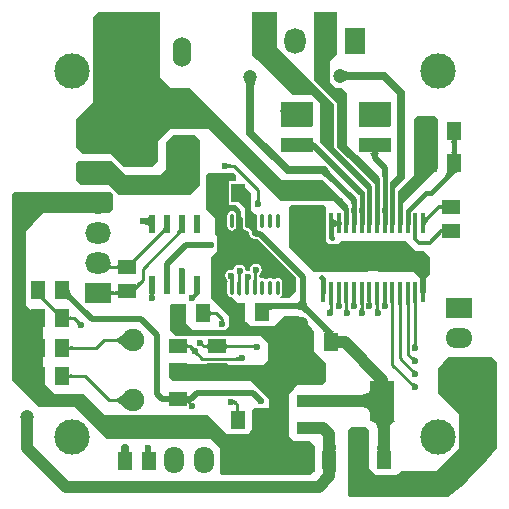
<source format=gtl>
G04 Layer_Physical_Order=1*
G04 Layer_Color=255*
%FSLAX44Y44*%
%MOMM*%
G71*
G01*
G75*
%ADD10R,1.2700X1.6002*%
%ADD11R,1.6002X1.2700*%
%ADD12R,2.7000X1.3000*%
%ADD13R,5.5118X2.4892*%
%ADD14R,0.4064X1.8034*%
%ADD15R,2.1500X3.5000*%
%ADD16R,2.1500X1.1000*%
%ADD17R,2.1500X1.1000*%
%ADD18O,0.3500X1.2500*%
%ADD19R,0.5080X1.5240*%
%ADD20C,0.3000*%
%ADD21C,0.5000*%
%ADD22C,0.7000*%
%ADD23C,0.4000*%
%ADD24C,0.2540*%
%ADD25C,1.0000*%
%ADD26C,3.0000*%
%ADD27C,2.0000*%
%ADD28C,1.9050*%
%ADD29R,1.5240X2.5400*%
%ADD30O,1.5240X2.5400*%
%ADD31O,1.7000X2.3000*%
%ADD32R,1.7000X2.3000*%
%ADD33O,2.3000X1.7000*%
%ADD34R,2.3000X1.7000*%
%ADD35R,2.2000X1.8000*%
%ADD36O,2.2000X1.8000*%
%ADD37R,1.8000X2.2000*%
%ADD38O,1.8000X2.2000*%
%ADD39C,0.6000*%
%ADD40C,1.2000*%
%ADD41C,0.5000*%
G36*
X259725Y-200594D02*
X259753Y-200882D01*
X259801Y-201151D01*
X259867Y-201401D01*
X259953Y-201633D01*
X260058Y-201845D01*
X260182Y-202039D01*
X260324Y-202213D01*
X260486Y-202369D01*
X260667Y-202506D01*
X256540Y-203283D01*
X256661Y-203095D01*
X256768Y-202893D01*
X256864Y-202679D01*
X256946Y-202452D01*
X257016Y-202212D01*
X257073Y-201959D01*
X257118Y-201693D01*
X257169Y-201123D01*
X257175Y-200819D01*
X259715Y-200287D01*
X259725Y-200594D01*
D02*
G37*
G36*
X220859Y-200672D02*
X220953Y-201771D01*
X221009Y-202089D01*
X221077Y-202381D01*
X221158Y-202649D01*
X221252Y-202893D01*
X221358Y-203112D01*
X221476Y-203307D01*
X217356Y-202490D01*
X217538Y-202355D01*
X217701Y-202201D01*
X217844Y-202028D01*
X217969Y-201836D01*
X218074Y-201624D01*
X218160Y-201394D01*
X218227Y-201144D01*
X218275Y-200875D01*
X218303Y-200587D01*
X218313Y-200280D01*
X220853Y-200257D01*
X220859Y-200672D01*
D02*
G37*
G36*
X-15213Y-199813D02*
X-14177Y-200708D01*
X-13739Y-201023D01*
X-13353Y-201249D01*
X-13020Y-201388D01*
X-12741Y-201438D01*
X-12514Y-201400D01*
X-12340Y-201274D01*
X-12218Y-201060D01*
X-14129Y-206273D01*
X-14062Y-206004D01*
X-14051Y-205715D01*
X-14095Y-205407D01*
X-14194Y-205078D01*
X-14349Y-204729D01*
X-14559Y-204359D01*
X-14825Y-203970D01*
X-15146Y-203560D01*
X-15523Y-203130D01*
X-15955Y-202680D01*
X-15811Y-199233D01*
X-15213Y-199813D01*
D02*
G37*
G36*
X167515Y-196119D02*
X167620Y-196199D01*
X167796Y-196269D01*
X168043Y-196331D01*
X168360Y-196382D01*
X168747Y-196425D01*
X170331Y-196495D01*
X171000Y-196500D01*
Y-201500D01*
X170326Y-201510D01*
X169191Y-201592D01*
X168730Y-201663D01*
X168339Y-201755D01*
X168020Y-201867D01*
X167771Y-202000D01*
X167593Y-202153D01*
X167485Y-202327D01*
X167449Y-202520D01*
X167479Y-196029D01*
X167515Y-196119D01*
D02*
G37*
G36*
X233816Y-200617D02*
X233845Y-200905D01*
X233891Y-201176D01*
X233957Y-201428D01*
X234041Y-201662D01*
X234144Y-201878D01*
X234266Y-202075D01*
X234407Y-202255D01*
X234566Y-202416D01*
X234744Y-202559D01*
X230594Y-203207D01*
X230722Y-203020D01*
X230837Y-202820D01*
X230937Y-202607D01*
X231025Y-202381D01*
X231099Y-202141D01*
X231159Y-201889D01*
X231206Y-201624D01*
X231240Y-201346D01*
X231267Y-200750D01*
X233807Y-200310D01*
X233816Y-200617D01*
D02*
G37*
G36*
X246770Y-200605D02*
X246799Y-200893D01*
X246846Y-201163D01*
X246912Y-201414D01*
X246997Y-201647D01*
X247101Y-201861D01*
X247224Y-202057D01*
X247366Y-202234D01*
X247526Y-202392D01*
X247706Y-202532D01*
X243567Y-203245D01*
X243691Y-203057D01*
X243802Y-202856D01*
X243901Y-202643D01*
X243986Y-202416D01*
X244058Y-202176D01*
X244116Y-201924D01*
X244162Y-201658D01*
X244195Y-201380D01*
X244221Y-200784D01*
X246761Y-200298D01*
X246770Y-200605D01*
D02*
G37*
G36*
X5925Y-211117D02*
X6148Y-211304D01*
X6371Y-211470D01*
X6596Y-211612D01*
X6822Y-211733D01*
X7049Y-211831D01*
X7278Y-211907D01*
X7508Y-211960D01*
X7738Y-211991D01*
X7970Y-212000D01*
X5000Y-214970D01*
X4991Y-214738D01*
X4960Y-214507D01*
X4907Y-214278D01*
X4831Y-214049D01*
X4733Y-213822D01*
X4612Y-213596D01*
X4470Y-213371D01*
X4304Y-213148D01*
X4117Y-212925D01*
X3907Y-212703D01*
X5703Y-210907D01*
X5925Y-211117D01*
D02*
G37*
G36*
X139000Y-88000D02*
Y-92999D01*
X132810D01*
Y-113001D01*
X139000D01*
Y-118433D01*
X144665Y-124098D01*
Y-131144D01*
X144957Y-132608D01*
X145785Y-133848D01*
X147026Y-134677D01*
X148489Y-134968D01*
X148826Y-134901D01*
X149906Y-135981D01*
X149902Y-136000D01*
X150290Y-137951D01*
X151395Y-139605D01*
X153049Y-140710D01*
X153345Y-140769D01*
X154639Y-141633D01*
X156394Y-141982D01*
X157494D01*
X190000Y-174489D01*
Y-186000D01*
X184000Y-192000D01*
X177006D01*
X176621Y-190730D01*
X177192Y-190348D01*
X178021Y-189108D01*
X178312Y-187644D01*
Y-178644D01*
X178021Y-177181D01*
X177192Y-175941D01*
X175952Y-175112D01*
X174489Y-174821D01*
X173026Y-175112D01*
X172086Y-175740D01*
X171239Y-175862D01*
X170392Y-175740D01*
X169452Y-175112D01*
X167989Y-174821D01*
X166526Y-175112D01*
X165586Y-175740D01*
X164739Y-175862D01*
X163892Y-175740D01*
X162952Y-175112D01*
X161489Y-174821D01*
X160026Y-175112D01*
X159874Y-175213D01*
X158604Y-174534D01*
Y-172418D01*
X158617Y-172344D01*
X158631Y-172297D01*
X158652Y-172282D01*
X158773Y-172160D01*
X159605Y-171605D01*
X160710Y-169951D01*
X161098Y-168000D01*
X160710Y-166049D01*
X159605Y-164395D01*
X157951Y-163290D01*
X156000Y-162902D01*
X154049Y-163290D01*
X152395Y-164395D01*
X151290Y-166049D01*
X150902Y-168000D01*
X149819Y-169065D01*
X149000Y-168902D01*
X148416Y-169018D01*
X147085Y-167988D01*
X146867Y-166892D01*
X145762Y-165238D01*
X144108Y-164133D01*
X142157Y-163745D01*
X140206Y-164133D01*
X138552Y-165238D01*
X137447Y-166892D01*
X137391Y-167173D01*
X135915Y-168084D01*
X135000Y-167902D01*
X133049Y-168290D01*
X131395Y-169395D01*
X131000Y-169987D01*
D01*
X130724Y-170399D01*
X130290Y-171049D01*
X129902Y-173000D01*
X130290Y-174951D01*
X131395Y-176605D01*
X131957Y-177181D01*
X131665Y-178644D01*
Y-182421D01*
X131522Y-183144D01*
X131665Y-183868D01*
Y-187644D01*
D01*
D01*
X131957Y-189108D01*
X132785Y-190348D01*
X134026Y-191177D01*
X135489Y-191468D01*
X140021Y-196000D01*
X146000D01*
X147000Y-197000D01*
Y-200000D01*
Y-211000D01*
X148000Y-212000D01*
X152000Y-216000D01*
X171000D01*
X177000Y-210000D01*
X180000Y-207000D01*
X192000D01*
X193000Y-208000D01*
X205000Y-220000D01*
Y-222000D01*
Y-236971D01*
X205159D01*
X205024Y-237024D01*
X215000Y-247000D01*
Y-250000D01*
Y-263000D01*
X214000Y-264000D01*
X212000Y-266000D01*
X191000D01*
X188000Y-269000D01*
X184000Y-273000D01*
Y-288000D01*
Y-309000D01*
X186000Y-311000D01*
X188000Y-313000D01*
X202000D01*
X203000Y-314000D01*
X206000Y-317000D01*
Y-329000D01*
Y-338000D01*
X205000Y-339000D01*
X202000Y-342000D01*
X127000D01*
X126000Y-341000D01*
Y-319000D01*
X118000Y-311000D01*
X30000D01*
X19000Y-300000D01*
X3000Y-284000D01*
X-28000D01*
X-43000Y-269000D01*
X-50411Y-261589D01*
Y-103896D01*
X-48514Y-102000D01*
X33000D01*
X35000Y-104000D01*
Y-105000D01*
Y-117000D01*
X32000Y-120000D01*
X-24000D01*
X-33000Y-129000D01*
X-39000Y-135000D01*
Y-170000D01*
Y-198000D01*
X-34000Y-203000D01*
X-24000Y-213000D01*
Y-216971D01*
X-23160D01*
X-23635Y-217020D01*
X-24000Y-217149D01*
Y-225880D01*
X-23635Y-226010D01*
X-23160Y-226060D01*
X-24000D01*
Y-241971D01*
X-23160D01*
X-23635Y-242020D01*
X-24000Y-242149D01*
Y-249880D01*
X-23635Y-250010D01*
X-23160Y-250060D01*
X-24000D01*
Y-252000D01*
Y-263000D01*
X-18000Y-269000D01*
X-14000Y-273000D01*
X10000D01*
X13000Y-276000D01*
X28000Y-291000D01*
X115000D01*
X123000Y-299000D01*
X131000Y-307000D01*
X149000D01*
X151000Y-305000D01*
X153000Y-303000D01*
Y-297000D01*
Y-287000D01*
X155000Y-285000D01*
X166000D01*
X167000Y-284000D01*
Y-283000D01*
Y-278000D01*
X160000Y-271000D01*
X151000Y-262000D01*
X85000D01*
X82000Y-259000D01*
Y-258000D01*
Y-248000D01*
X114000D01*
X115000Y-247000D01*
X131000D01*
X133000Y-249000D01*
X162000D01*
X166000Y-245000D01*
Y-237000D01*
Y-230000D01*
X165000Y-229000D01*
X160000Y-224000D01*
X88000D01*
X86000Y-222000D01*
X83000Y-219000D01*
Y-218000D01*
Y-198000D01*
X84000Y-197000D01*
X97000D01*
Y-213000D01*
X103000Y-219000D01*
X126508D01*
X127000Y-219098D01*
X127493Y-219000D01*
X130000D01*
X132000Y-217000D01*
X133000Y-216000D01*
Y-207000D01*
X124000Y-198000D01*
X118000Y-192000D01*
Y-178000D01*
Y-157000D01*
X123000Y-152000D01*
Y-140000D01*
X121000Y-138000D01*
Y-134000D01*
Y-124000D01*
X114000Y-117000D01*
Y-88000D01*
X116000Y-86000D01*
X137000D01*
X139000Y-88000D01*
D02*
G37*
G36*
X217309Y-216738D02*
X219294Y-218443D01*
X220232Y-219136D01*
X221134Y-219722D01*
X222000Y-220202D01*
X222829Y-220576D01*
X223623Y-220844D01*
X224380Y-221005D01*
X225100Y-221060D01*
X212840Y-221029D01*
X213119Y-220994D01*
X213294Y-220888D01*
X213366Y-220711D01*
X213333Y-220464D01*
X213197Y-220146D01*
X212957Y-219757D01*
X212613Y-219297D01*
X212165Y-218767D01*
X210958Y-217494D01*
X216262Y-215726D01*
X217309Y-216738D01*
D02*
G37*
G36*
X162993Y-205712D02*
X162923Y-205817D01*
X162861Y-205927D01*
X162808Y-206042D01*
X162763Y-206162D01*
X162726Y-206288D01*
X162697Y-206418D01*
X162677Y-206554D01*
X162664Y-206694D01*
X162660Y-206840D01*
X159660D01*
X159656Y-206694D01*
X159644Y-206554D01*
X159623Y-206418D01*
X159594Y-206288D01*
X159557Y-206162D01*
X159512Y-206042D01*
X159459Y-205927D01*
X159397Y-205817D01*
X159327Y-205712D01*
X159249Y-205612D01*
X163071D01*
X162993Y-205712D01*
D02*
G37*
G36*
X117475Y-202701D02*
X117552Y-202917D01*
X117680Y-203108D01*
X117860Y-203273D01*
X118092Y-203412D01*
X118374Y-203527D01*
X118709Y-203616D01*
X119094Y-203679D01*
X119531Y-203717D01*
X120020Y-203730D01*
Y-206270D01*
X119531Y-206283D01*
X119094Y-206321D01*
X118709Y-206384D01*
X118374Y-206473D01*
X118092Y-206588D01*
X117860Y-206727D01*
X117680Y-206892D01*
X117552Y-207083D01*
X117475Y-207299D01*
X117449Y-207540D01*
Y-202460D01*
X117475Y-202701D01*
D02*
G37*
G36*
X-1525Y-206701D02*
X-1448Y-206917D01*
X-1320Y-207108D01*
X-1140Y-207273D01*
X-908Y-207412D01*
X-626Y-207527D01*
X-291Y-207616D01*
X94Y-207679D01*
X531Y-207717D01*
X1020Y-207730D01*
Y-210270D01*
X531Y-210283D01*
X94Y-210321D01*
X-291Y-210384D01*
X-626Y-210473D01*
X-908Y-210588D01*
X-1140Y-210727D01*
X-1320Y-210892D01*
X-1448Y-211083D01*
X-1525Y-211299D01*
X-1551Y-211540D01*
Y-206460D01*
X-1525Y-206701D01*
D02*
G37*
G36*
X221446Y-195448D02*
X221321Y-195524D01*
X221211Y-195651D01*
X221116Y-195829D01*
X221036Y-196057D01*
X220970Y-196337D01*
X220919Y-196667D01*
X220882Y-197048D01*
X220853Y-197962D01*
X218313D01*
X218306Y-197480D01*
X218247Y-196667D01*
X218196Y-196337D01*
X218130Y-196057D01*
X218050Y-195829D01*
X217955Y-195651D01*
X217845Y-195524D01*
X217721Y-195448D01*
X217582Y-195422D01*
X221584D01*
X221446Y-195448D01*
D02*
G37*
G36*
X240540Y-194625D02*
X240547Y-194930D01*
X240599Y-195422D01*
X240889D01*
X240822Y-195448D01*
X240763Y-195524D01*
X240711Y-195651D01*
X240671Y-195806D01*
X240726Y-196011D01*
X240808Y-196247D01*
X240905Y-196469D01*
X241016Y-196678D01*
X241143Y-196874D01*
X241284Y-197055D01*
X240557Y-196990D01*
X240554Y-197048D01*
X240540Y-197962D01*
X238000D01*
X237989Y-197480D01*
X237955Y-197048D01*
X237912Y-196751D01*
X237101Y-196677D01*
X237272Y-196522D01*
X237425Y-196350D01*
X237560Y-196161D01*
X237672Y-195965D01*
X237599Y-195829D01*
X237454Y-195651D01*
X237287Y-195524D01*
X237097Y-195448D01*
X236886Y-195422D01*
X237874D01*
X237919Y-195239D01*
X237964Y-194967D01*
X237991Y-194678D01*
X238000Y-194372D01*
X240540Y-194625D01*
D02*
G37*
G36*
X292819Y-195448D02*
X292695Y-195524D01*
X292585Y-195651D01*
X292490Y-195829D01*
X292410Y-196057D01*
X292344Y-196337D01*
X292293Y-196667D01*
X292256Y-197048D01*
X292227Y-197962D01*
X289687D01*
X289680Y-197480D01*
X289621Y-196667D01*
X289570Y-196337D01*
X289504Y-196057D01*
X289424Y-195829D01*
X289329Y-195651D01*
X289219Y-195524D01*
X289095Y-195448D01*
X288955Y-195422D01*
X292959D01*
X292819Y-195448D01*
D02*
G37*
G36*
X286469D02*
X286345Y-195524D01*
X286235Y-195651D01*
X286140Y-195829D01*
X286060Y-196057D01*
X285994Y-196337D01*
X285943Y-196667D01*
X285906Y-197048D01*
X285877Y-197962D01*
X283337D01*
X283330Y-197480D01*
X283271Y-196667D01*
X283220Y-196337D01*
X283154Y-196057D01*
X283074Y-195829D01*
X282979Y-195651D01*
X282869Y-195524D01*
X282745Y-195448D01*
X282605Y-195422D01*
X286609D01*
X286469Y-195448D01*
D02*
G37*
G36*
X-1757Y-184709D02*
X-1838Y-185224D01*
X-1793Y-185793D01*
X-1624Y-186418D01*
X-1330Y-187098D01*
X-911Y-187833D01*
X-367Y-188622D01*
X302Y-189466D01*
X1096Y-190366D01*
X2015Y-191320D01*
X131Y-196506D01*
X-971Y-195439D01*
X-2912Y-193779D01*
X-3751Y-193185D01*
X-4502Y-192750D01*
X-5165Y-192472D01*
X-5741Y-192352D01*
X-6228Y-192390D01*
X-6628Y-192586D01*
X-6941Y-192940D01*
X-1551Y-184249D01*
X-1757Y-184709D01*
D02*
G37*
G36*
X266319Y-194506D02*
X266327Y-194810D01*
X266352Y-195100D01*
X266392Y-195376D01*
X266403Y-195422D01*
X267050D01*
X266912Y-195448D01*
X266787Y-195524D01*
X266677Y-195651D01*
X266582Y-195829D01*
X266544Y-195937D01*
X266613Y-196114D01*
X266719Y-196330D01*
X266841Y-196532D01*
X266980Y-196720D01*
X267135Y-196892D01*
X266364Y-196880D01*
X266348Y-197048D01*
X266319Y-197962D01*
X263779D01*
X263772Y-197480D01*
X263725Y-196836D01*
X262935Y-196824D01*
X263096Y-196656D01*
X263239Y-196473D01*
X263366Y-196275D01*
X263475Y-196061D01*
X263541Y-195900D01*
X263516Y-195829D01*
X263421Y-195651D01*
X263311Y-195524D01*
X263186Y-195448D01*
X263048Y-195422D01*
X263682D01*
X263703Y-195329D01*
X263745Y-195055D01*
X263771Y-194765D01*
X263779Y-194460D01*
X266319Y-194506D01*
D02*
G37*
G36*
X253365Y-194529D02*
X253373Y-194833D01*
X253397Y-195123D01*
X253437Y-195399D01*
X253442Y-195422D01*
X254097D01*
X253958Y-195448D01*
X253833Y-195524D01*
X253723Y-195651D01*
X253628Y-195829D01*
X253584Y-195956D01*
X253654Y-196140D01*
X253758Y-196358D01*
X253878Y-196561D01*
X254014Y-196751D01*
X254167Y-196925D01*
X253408Y-196901D01*
X253394Y-197048D01*
X253365Y-197962D01*
X250825D01*
X250818Y-197480D01*
X250770Y-196817D01*
X249969Y-196792D01*
X250132Y-196627D01*
X250277Y-196446D01*
X250406Y-196250D01*
X250517Y-196038D01*
X250581Y-195883D01*
X250562Y-195829D01*
X250467Y-195651D01*
X250357Y-195524D01*
X250233Y-195448D01*
X250093Y-195422D01*
X250722D01*
X250748Y-195309D01*
X250791Y-195035D01*
X250816Y-194745D01*
X250825Y-194440D01*
X253365Y-194529D01*
D02*
G37*
G36*
X247353Y-195448D02*
X247229Y-195524D01*
X247119Y-195651D01*
X247024Y-195829D01*
X246944Y-196057D01*
X246878Y-196337D01*
X246827Y-196667D01*
X246790Y-197048D01*
X246761Y-197962D01*
X244221D01*
X244214Y-197480D01*
X244155Y-196667D01*
X244104Y-196337D01*
X244038Y-196057D01*
X243958Y-195829D01*
X243863Y-195651D01*
X243753Y-195524D01*
X243629Y-195448D01*
X243489Y-195422D01*
X247493D01*
X247353Y-195448D01*
D02*
G37*
G36*
X234400D02*
X234275Y-195524D01*
X234165Y-195651D01*
X234070Y-195829D01*
X233990Y-196057D01*
X233924Y-196337D01*
X233873Y-196667D01*
X233836Y-197048D01*
X233807Y-197962D01*
X231267D01*
X231260Y-197480D01*
X231201Y-196667D01*
X231150Y-196337D01*
X231084Y-196057D01*
X231004Y-195829D01*
X230909Y-195651D01*
X230799Y-195524D01*
X230674Y-195448D01*
X230536Y-195422D01*
X234538D01*
X234400Y-195448D01*
D02*
G37*
G36*
X227211Y-194757D02*
X227237Y-195047D01*
X227279Y-195321D01*
X227303Y-195422D01*
X227934D01*
X227796Y-195448D01*
X227671Y-195524D01*
X227561Y-195651D01*
X227466Y-195829D01*
X227444Y-195893D01*
X227509Y-196052D01*
X227619Y-196265D01*
X227746Y-196462D01*
X227890Y-196644D01*
X228052Y-196811D01*
X227253Y-196829D01*
X227232Y-197048D01*
X227203Y-197962D01*
X224663D01*
X224656Y-197480D01*
X224613Y-196888D01*
X223853Y-196905D01*
X224007Y-196732D01*
X224144Y-196544D01*
X224266Y-196341D01*
X224371Y-196124D01*
X224440Y-195944D01*
X224400Y-195829D01*
X224305Y-195651D01*
X224195Y-195524D01*
X224070Y-195448D01*
X223932Y-195422D01*
X224582D01*
X224590Y-195385D01*
X224631Y-195109D01*
X224655Y-194819D01*
X224663Y-194514D01*
X227203Y-194452D01*
X227211Y-194757D01*
D02*
G37*
G36*
X279865Y-195448D02*
X279741Y-195524D01*
X279631Y-195651D01*
X279536Y-195829D01*
X279456Y-196057D01*
X279390Y-196337D01*
X279339Y-196667D01*
X279302Y-197048D01*
X279273Y-197962D01*
X276733D01*
X276726Y-197480D01*
X276667Y-196667D01*
X276616Y-196337D01*
X276550Y-196057D01*
X276470Y-195829D01*
X276375Y-195651D01*
X276265Y-195524D01*
X276140Y-195448D01*
X276001Y-195422D01*
X280005D01*
X279865Y-195448D01*
D02*
G37*
G36*
X273262D02*
X273137Y-195524D01*
X273027Y-195651D01*
X272932Y-195829D01*
X272852Y-196057D01*
X272786Y-196337D01*
X272735Y-196667D01*
X272698Y-197048D01*
X272669Y-197962D01*
X270129D01*
X270122Y-197480D01*
X270063Y-196667D01*
X270012Y-196337D01*
X269946Y-196057D01*
X269866Y-195829D01*
X269771Y-195651D01*
X269661Y-195524D01*
X269536Y-195448D01*
X269398Y-195422D01*
X273400D01*
X273262Y-195448D01*
D02*
G37*
G36*
X260308D02*
X260183Y-195524D01*
X260073Y-195651D01*
X259978Y-195829D01*
X259898Y-196057D01*
X259832Y-196337D01*
X259781Y-196667D01*
X259744Y-197048D01*
X259715Y-197962D01*
X257175D01*
X257168Y-197480D01*
X257109Y-196667D01*
X257058Y-196337D01*
X256992Y-196057D01*
X256912Y-195829D01*
X256817Y-195651D01*
X256707Y-195524D01*
X256583Y-195448D01*
X256444Y-195422D01*
X260446D01*
X260308Y-195448D01*
D02*
G37*
G36*
X221675Y-222540D02*
X221718Y-222919D01*
X221791Y-223298D01*
X221893Y-223677D01*
X222024Y-224055D01*
X222184Y-224433D01*
X222373Y-224811D01*
X222591Y-225188D01*
X222839Y-225565D01*
X223115Y-225941D01*
X215205D01*
X215481Y-225565D01*
X215729Y-225188D01*
X215947Y-224811D01*
X216136Y-224433D01*
X216296Y-224055D01*
X216427Y-223677D01*
X216529Y-223298D01*
X216602Y-222919D01*
X216646Y-222540D01*
X216660Y-222160D01*
X221660D01*
X221675Y-222540D01*
D02*
G37*
G36*
X211820Y-273620D02*
X212120Y-273699D01*
X212620Y-273770D01*
X213320Y-273831D01*
X218120Y-273981D01*
X221720Y-274000D01*
Y-284000D01*
X211720Y-284470D01*
Y-273531D01*
X211820Y-273620D01*
D02*
G37*
G36*
X45198Y-285068D02*
X44162Y-284042D01*
X42224Y-282315D01*
X41322Y-281613D01*
X40464Y-281019D01*
X39651Y-280534D01*
X38883Y-280156D01*
X38159Y-279886D01*
X37480Y-279724D01*
X36845Y-279670D01*
Y-277130D01*
X37480Y-277076D01*
X38159Y-276914D01*
X38883Y-276644D01*
X39651Y-276266D01*
X40464Y-275781D01*
X41322Y-275187D01*
X42224Y-274485D01*
X44162Y-272758D01*
X45198Y-271733D01*
Y-285068D01*
D02*
G37*
G36*
X141529Y-284972D02*
X141567Y-285404D01*
X141630Y-285785D01*
X141719Y-286115D01*
X141833Y-286395D01*
X141973Y-286623D01*
X142138Y-286801D01*
X142329Y-286928D01*
X142544Y-287004D01*
X142786Y-287029D01*
X137706D01*
X137947Y-287004D01*
X138163Y-286928D01*
X138354Y-286801D01*
X138519Y-286623D01*
X138658Y-286395D01*
X138773Y-286115D01*
X138862Y-285785D01*
X138925Y-285404D01*
X138963Y-284972D01*
X138976Y-284489D01*
X141516D01*
X141529Y-284972D01*
D02*
G37*
G36*
X-1525Y-255701D02*
X-1448Y-255917D01*
X-1320Y-256108D01*
X-1140Y-256273D01*
X-908Y-256413D01*
X-626Y-256527D01*
X-291Y-256616D01*
X94Y-256679D01*
X531Y-256717D01*
X1020Y-256730D01*
Y-259270D01*
X531Y-259283D01*
X94Y-259321D01*
X-291Y-259384D01*
X-626Y-259473D01*
X-908Y-259587D01*
X-1140Y-259727D01*
X-1320Y-259892D01*
X-1448Y-260083D01*
X-1525Y-260299D01*
X-1551Y-260540D01*
Y-255460D01*
X-1525Y-255701D01*
D02*
G37*
G36*
X288266Y-263456D02*
X288490Y-263639D01*
X288714Y-263794D01*
X288937Y-263920D01*
X289159Y-264019D01*
X289381Y-264090D01*
X289603Y-264132D01*
X289823Y-264147D01*
X290044Y-264133D01*
X290264Y-264092D01*
X288078Y-267678D01*
X288020Y-267468D01*
X287946Y-267257D01*
X287855Y-267045D01*
X287746Y-266832D01*
X287620Y-266617D01*
X287477Y-266402D01*
X287140Y-265968D01*
X286945Y-265749D01*
X286734Y-265530D01*
X288042Y-263246D01*
X288266Y-263456D01*
D02*
G37*
G36*
X140171Y-280375D02*
X138909Y-282705D01*
X138677Y-282484D01*
X138457Y-282299D01*
X138250Y-282150D01*
X138054Y-282036D01*
X137872Y-281958D01*
X137701Y-281915D01*
X137543Y-281908D01*
X137397Y-281936D01*
X137264Y-282001D01*
X137142Y-282100D01*
X137419Y-278226D01*
X140171Y-280375D01*
D02*
G37*
G36*
X223173Y-312929D02*
X223635Y-319429D01*
X223807Y-320130D01*
X224004Y-320630D01*
X224229Y-320929D01*
X224480Y-321030D01*
X211840D01*
X212091Y-320929D01*
X212316Y-320630D01*
X212513Y-320130D01*
X212685Y-319429D01*
X212830Y-318529D01*
X213041Y-316129D01*
X213147Y-312929D01*
X213160Y-311029D01*
X223160D01*
X223173Y-312929D01*
D02*
G37*
G36*
X360382Y-246382D02*
Y-318941D01*
X351791Y-329249D01*
X346106Y-335288D01*
X335379Y-346015D01*
X329340Y-351700D01*
X319032Y-360291D01*
X235896D01*
X234000Y-358395D01*
Y-335000D01*
X234000Y-304000D01*
X237000Y-301000D01*
X249000Y-301000D01*
X252000Y-304000D01*
Y-327000D01*
Y-336000D01*
X255000Y-339000D01*
X258000Y-342000D01*
X275000D01*
X276000Y-341000D01*
X279000Y-338000D01*
X309000D01*
X324000Y-323000D01*
X328000Y-319000D01*
Y-311000D01*
Y-290000D01*
X319000Y-281000D01*
X310000Y-272000D01*
Y-269000D01*
Y-251000D01*
X314000Y-247000D01*
X319000Y-242000D01*
X356000D01*
X360382Y-246382D01*
D02*
G37*
G36*
X223864Y-337029D02*
X223717Y-337205D01*
X223586Y-337499D01*
X223473Y-337910D01*
X223377Y-338438D01*
X223299Y-339084D01*
X223195Y-340727D01*
X223160Y-342840D01*
X213160D01*
X213151Y-341725D01*
X212943Y-338438D01*
X212847Y-337910D01*
X212734Y-337499D01*
X212604Y-337205D01*
X212456Y-337029D01*
X212291Y-336970D01*
X224030D01*
X223864Y-337029D01*
D02*
G37*
G36*
X252281Y-289000D02*
X252181Y-288050D01*
X251880Y-287200D01*
X251381Y-286450D01*
X250681Y-285800D01*
X249781Y-285250D01*
X248680Y-284800D01*
X247381Y-284450D01*
X245881Y-284200D01*
X244181Y-284050D01*
X242281Y-284000D01*
Y-274000D01*
X244181Y-273950D01*
X245881Y-273800D01*
X247381Y-273550D01*
X248680Y-273200D01*
X249781Y-272750D01*
X250681Y-272200D01*
X251381Y-271550D01*
X251880Y-270800D01*
X252181Y-269950D01*
X252281Y-269000D01*
Y-289000D01*
D02*
G37*
G36*
X273720Y-296469D02*
X272853Y-296569D01*
X272078Y-296870D01*
X271394Y-297369D01*
X270801Y-298069D01*
X270300Y-298969D01*
X269890Y-300070D01*
X269570Y-301369D01*
X269342Y-302869D01*
X269206Y-304569D01*
X269160Y-306469D01*
X259160D01*
X259110Y-304565D01*
X258960Y-302861D01*
X258710Y-301357D01*
X258360Y-300054D01*
X257910Y-298951D01*
X257360Y-298048D01*
X256710Y-297345D01*
X255960Y-296843D01*
X255110Y-296541D01*
X254160Y-296439D01*
X273720Y-296469D01*
D02*
G37*
G36*
X269173Y-312929D02*
X269635Y-319429D01*
X269807Y-320130D01*
X270005Y-320630D01*
X270229Y-320929D01*
X270480Y-321030D01*
X257840D01*
X258091Y-320929D01*
X258316Y-320630D01*
X258514Y-320130D01*
X258685Y-319429D01*
X258830Y-318529D01*
X259041Y-316129D01*
X259147Y-312929D01*
X259160Y-311029D01*
X269160D01*
X269173Y-312929D01*
D02*
G37*
G36*
X288925Y-252117D02*
X289147Y-252304D01*
X289371Y-252470D01*
X289596Y-252612D01*
X289822Y-252733D01*
X290049Y-252831D01*
X290278Y-252907D01*
X290507Y-252960D01*
X290738Y-252991D01*
X290970Y-253000D01*
X288000Y-255970D01*
X287991Y-255738D01*
X287960Y-255507D01*
X287907Y-255278D01*
X287831Y-255049D01*
X287733Y-254822D01*
X287612Y-254596D01*
X287470Y-254371D01*
X287304Y-254147D01*
X287117Y-253925D01*
X286907Y-253703D01*
X288703Y-251907D01*
X288925Y-252117D01*
D02*
G37*
G36*
X97989Y-231084D02*
X98045Y-231186D01*
X98139Y-231276D01*
X98270Y-231354D01*
X98438Y-231420D01*
X98644Y-231474D01*
X98886Y-231516D01*
X99167Y-231546D01*
X99840Y-231570D01*
Y-234110D01*
X99485Y-234116D01*
X98886Y-234164D01*
X98644Y-234206D01*
X98438Y-234260D01*
X98270Y-234326D01*
X98139Y-234404D01*
X98045Y-234494D01*
X97989Y-234596D01*
X97971Y-234709D01*
Y-230970D01*
X97989Y-231084D01*
D02*
G37*
G36*
X154749Y-234983D02*
X154587Y-234817D01*
X154409Y-234669D01*
X154216Y-234538D01*
X154006Y-234424D01*
X153780Y-234328D01*
X153539Y-234250D01*
X153281Y-234188D01*
X153008Y-234145D01*
X152718Y-234119D01*
X152413Y-234110D01*
X152563Y-231570D01*
X152867Y-231562D01*
X153158Y-231539D01*
X153434Y-231500D01*
X153696Y-231445D01*
X153944Y-231375D01*
X154178Y-231289D01*
X154398Y-231187D01*
X154604Y-231070D01*
X154795Y-230937D01*
X154973Y-230789D01*
X154749Y-234983D01*
D02*
G37*
G36*
X130996Y-230541D02*
X131072Y-230757D01*
X131199Y-230948D01*
X131377Y-231113D01*
X131606Y-231252D01*
X131885Y-231367D01*
X132215Y-231456D01*
X132596Y-231519D01*
X133028Y-231557D01*
X133511Y-231570D01*
Y-234110D01*
X133028Y-234123D01*
X132596Y-234161D01*
X132215Y-234224D01*
X131885Y-234313D01*
X131606Y-234428D01*
X131377Y-234567D01*
X131199Y-234732D01*
X131072Y-234923D01*
X130996Y-235139D01*
X130970Y-235380D01*
Y-230300D01*
X130996Y-230541D01*
D02*
G37*
G36*
X292235Y-229767D02*
X292261Y-230057D01*
X292303Y-230332D01*
X292362Y-230591D01*
X292437Y-230835D01*
X292530Y-231064D01*
X292640Y-231278D01*
X292766Y-231476D01*
X292909Y-231660D01*
X293069Y-231828D01*
X288869Y-231888D01*
X289025Y-231716D01*
X289164Y-231529D01*
X289286Y-231327D01*
X289393Y-231110D01*
X289483Y-230879D01*
X289556Y-230633D01*
X289613Y-230373D01*
X289654Y-230097D01*
X289679Y-229807D01*
X289687Y-229503D01*
X292227Y-229462D01*
X292235Y-229767D01*
D02*
G37*
G36*
X45198Y-234268D02*
X44162Y-233242D01*
X42224Y-231515D01*
X41322Y-230813D01*
X40464Y-230219D01*
X39651Y-229734D01*
X38883Y-229356D01*
X38159Y-229086D01*
X37480Y-228924D01*
X36845Y-228870D01*
Y-226330D01*
X37480Y-226276D01*
X38159Y-226114D01*
X38883Y-225844D01*
X39651Y-225466D01*
X40464Y-224981D01*
X41322Y-224387D01*
X42224Y-223685D01*
X44162Y-221958D01*
X45198Y-220933D01*
Y-234268D01*
D02*
G37*
G36*
X225505Y-223578D02*
X225671Y-223667D01*
X225949Y-223745D01*
X226337Y-223813D01*
X226837Y-223870D01*
X229002Y-223979D01*
X231000Y-224000D01*
Y-234000D01*
X229945Y-234005D01*
X225949Y-234255D01*
X225671Y-234333D01*
X225505Y-234422D01*
X225449Y-234520D01*
Y-223479D01*
X225505Y-223578D01*
D02*
G37*
G36*
X107009Y-237262D02*
X107040Y-237493D01*
X107093Y-237722D01*
X107169Y-237950D01*
X107267Y-238178D01*
X107388Y-238404D01*
X107530Y-238629D01*
X107696Y-238853D01*
X107883Y-239075D01*
X108093Y-239297D01*
X106297Y-241093D01*
X106075Y-240883D01*
X105852Y-240695D01*
X105629Y-240530D01*
X105404Y-240388D01*
X105178Y-240267D01*
X104951Y-240169D01*
X104722Y-240093D01*
X104493Y-240040D01*
X104262Y-240009D01*
X104030Y-240000D01*
X107000Y-237030D01*
X107009Y-237262D01*
D02*
G37*
G36*
X142270Y-245451D02*
X142082Y-245329D01*
X141881Y-245220D01*
X141667Y-245124D01*
X141440Y-245041D01*
X141200Y-244970D01*
X140948Y-244913D01*
X140682Y-244868D01*
X140403Y-244836D01*
X139808Y-244810D01*
X139290Y-242270D01*
X139597Y-242260D01*
X139885Y-242232D01*
X140155Y-242185D01*
X140406Y-242118D01*
X140637Y-242033D01*
X140850Y-241928D01*
X141045Y-241804D01*
X141220Y-241662D01*
X141377Y-241500D01*
X141515Y-241320D01*
X142270Y-245451D01*
D02*
G37*
G36*
X288266Y-241456D02*
X288490Y-241639D01*
X288714Y-241794D01*
X288937Y-241921D01*
X289159Y-242019D01*
X289381Y-242090D01*
X289603Y-242132D01*
X289823Y-242147D01*
X290044Y-242133D01*
X290264Y-242092D01*
X288078Y-245678D01*
X288020Y-245468D01*
X287946Y-245257D01*
X287855Y-245045D01*
X287746Y-244832D01*
X287620Y-244617D01*
X287477Y-244402D01*
X287140Y-243968D01*
X286945Y-243749D01*
X286734Y-243530D01*
X288042Y-241245D01*
X288266Y-241456D01*
D02*
G37*
G36*
X115060Y-235380D02*
X115034Y-235139D01*
X114957Y-234923D01*
X114829Y-234732D01*
X114649Y-234567D01*
X114417Y-234428D01*
X114135Y-234313D01*
X113800Y-234224D01*
X113415Y-234161D01*
X112978Y-234123D01*
X112490Y-234110D01*
Y-231570D01*
X112978Y-231557D01*
X113415Y-231519D01*
X113800Y-231456D01*
X114135Y-231367D01*
X114417Y-231252D01*
X114649Y-231113D01*
X114829Y-230948D01*
X114957Y-230757D01*
X115034Y-230541D01*
X115060Y-230300D01*
Y-235380D01*
D02*
G37*
G36*
X-1525Y-231701D02*
X-1448Y-231917D01*
X-1320Y-232108D01*
X-1140Y-232273D01*
X-908Y-232412D01*
X-626Y-232527D01*
X-291Y-232616D01*
X94Y-232679D01*
X531Y-232717D01*
X1020Y-232730D01*
Y-235270D01*
X531Y-235283D01*
X94Y-235321D01*
X-291Y-235384D01*
X-626Y-235473D01*
X-908Y-235588D01*
X-1140Y-235727D01*
X-1320Y-235892D01*
X-1448Y-236083D01*
X-1525Y-236299D01*
X-1551Y-236540D01*
Y-231460D01*
X-1525Y-231701D01*
D02*
G37*
G36*
X101925Y-233117D02*
X102148Y-233305D01*
X102371Y-233470D01*
X102596Y-233612D01*
X102822Y-233733D01*
X103049Y-233831D01*
X103278Y-233907D01*
X103507Y-233960D01*
X103738Y-233991D01*
X103970Y-234000D01*
X101000Y-236970D01*
X100991Y-236738D01*
X100960Y-236507D01*
X100907Y-236278D01*
X100831Y-236049D01*
X100733Y-235822D01*
X100612Y-235596D01*
X100470Y-235371D01*
X100304Y-235147D01*
X100117Y-234925D01*
X99907Y-234703D01*
X101703Y-232907D01*
X101925Y-233117D01*
D02*
G37*
G36*
X273400Y-119537D02*
X269398D01*
Y-115538D01*
X273400D01*
Y-119537D01*
D02*
G37*
G36*
X267050D02*
X263048D01*
Y-115538D01*
X267050D01*
Y-119537D01*
D02*
G37*
G36*
X260446D02*
X256444D01*
Y-115538D01*
X260446D01*
Y-119537D01*
D02*
G37*
G36*
X310000Y-40000D02*
Y-54000D01*
Y-82000D01*
X285000Y-107000D01*
X278003Y-113997D01*
X278001Y-113998D01*
X276003Y-112000D01*
X276000D01*
Y-102000D01*
X284000Y-94000D01*
X290000Y-88000D01*
Y-40000D01*
X292000Y-38000D01*
X308000D01*
X310000Y-40000D01*
D02*
G37*
G36*
X313060Y-116624D02*
X313042Y-116570D01*
X312987Y-116522D01*
X312897Y-116479D01*
X312770Y-116442D01*
X312606Y-116411D01*
X312407Y-116385D01*
X311898Y-116351D01*
X311245Y-116340D01*
Y-113340D01*
X311590Y-113337D01*
X312606Y-113269D01*
X312770Y-113238D01*
X312897Y-113201D01*
X312987Y-113158D01*
X313042Y-113110D01*
X313060Y-113055D01*
Y-116624D01*
D02*
G37*
G36*
X280005Y-119537D02*
X276001D01*
Y-115538D01*
X280005D01*
Y-119537D01*
D02*
G37*
G36*
X75000Y-5000D02*
X83000Y-13000D01*
Y-14000D01*
X100000D01*
X144000Y-58000D01*
X178000Y-92000D01*
X213000D01*
X225000Y-104000D01*
X234000Y-113000D01*
Y-116967D01*
X234538D01*
Y-119537D01*
X234000D01*
Y-119957D01*
X233038Y-120745D01*
X232537Y-120537D01*
X231537Y-119537D01*
X230536D01*
Y-118535D01*
X229965Y-117965D01*
Y-117507D01*
X229507D01*
X222000Y-110000D01*
X177000D01*
X144000Y-77000D01*
X116000Y-49000D01*
X83000D01*
X79000Y-53000D01*
X73000Y-59000D01*
Y-76000D01*
X68000Y-81000D01*
X44000D01*
X40000Y-77000D01*
X33000Y-70000D01*
X10000D01*
X4000Y-64000D01*
Y-53000D01*
Y-40000D01*
X7000Y-37000D01*
X18000Y-26000D01*
Y14000D01*
Y46000D01*
X22502Y50502D01*
X75000D01*
Y-5000D01*
D02*
G37*
G36*
X301684Y-126523D02*
X301275Y-126952D01*
X300909Y-127381D01*
X300586Y-127808D01*
X300307Y-128234D01*
X300070Y-128659D01*
X299876Y-129083D01*
X299726Y-129505D01*
X299618Y-129926D01*
X299554Y-130346D01*
X299532Y-130765D01*
Y-122280D01*
X299554Y-122667D01*
X299618Y-122968D01*
X299726Y-123184D01*
X299876Y-123313D01*
X300070Y-123356D01*
X300307Y-123313D01*
X300586Y-123184D01*
X300909Y-122968D01*
X301275Y-122667D01*
X301684Y-122280D01*
Y-126523D01*
D02*
G37*
G36*
X223932Y-126411D02*
X224133Y-126444D01*
X224819Y-126504D01*
X225585Y-126524D01*
Y-130524D01*
X224819Y-130544D01*
X224133Y-130604D01*
X223932Y-130637D01*
Y-132524D01*
X223892Y-132144D01*
X223771Y-131804D01*
X223571Y-131504D01*
X223291Y-131244D01*
X222931Y-131024D01*
X222747Y-130949D01*
X222562Y-131024D01*
X222199Y-131244D01*
X221917Y-131504D01*
X221715Y-131804D01*
X221594Y-132144D01*
X221554Y-132524D01*
Y-130634D01*
X221371Y-130604D01*
X220692Y-130544D01*
X219932Y-130524D01*
Y-126524D01*
X220692Y-126504D01*
X221371Y-126444D01*
X221554Y-126414D01*
Y-124524D01*
X221594Y-124904D01*
X221715Y-125244D01*
X221917Y-125544D01*
X222199Y-125804D01*
X222562Y-126024D01*
X222747Y-126099D01*
X222931Y-126024D01*
X223291Y-125804D01*
X223571Y-125544D01*
X223771Y-125244D01*
X223892Y-124904D01*
X223932Y-124524D01*
Y-126411D01*
D02*
G37*
G36*
X254097Y-119537D02*
X250093D01*
Y-115538D01*
X254097D01*
Y-119537D01*
D02*
G37*
G36*
X247493D02*
X243489D01*
Y-115538D01*
X247493D01*
Y-119537D01*
D02*
G37*
G36*
X240889D02*
X236886D01*
Y-115538D01*
X240889D01*
Y-119537D01*
D02*
G37*
G36*
X159278Y-107787D02*
X159303Y-108077D01*
X159345Y-108352D01*
X159403Y-108612D01*
X159478Y-108857D01*
X159569Y-109087D01*
X159677Y-109302D01*
X159801Y-109502D01*
X159942Y-109687D01*
X160100Y-109858D01*
X155900D01*
X156058Y-109687D01*
X156199Y-109502D01*
X156323Y-109302D01*
X156431Y-109087D01*
X156523Y-108857D01*
X156597Y-108612D01*
X156655Y-108352D01*
X156697Y-108077D01*
X156722Y-107787D01*
X156730Y-107482D01*
X159270D01*
X159278Y-107787D01*
D02*
G37*
G36*
X204000Y-35000D02*
Y-46000D01*
X203000Y-47000D01*
X178000D01*
X177000Y-46000D01*
Y-44000D01*
Y-26000D01*
X204000D01*
Y-35000D01*
D02*
G37*
G36*
X327470Y-58780D02*
X327130Y-58901D01*
X326830Y-59103D01*
X326570Y-59385D01*
X326350Y-59748D01*
X326170Y-60191D01*
X326030Y-60715D01*
X325930Y-61319D01*
X325870Y-62005D01*
X325850Y-62771D01*
X321850D01*
X321830Y-62005D01*
X321770Y-61319D01*
X321670Y-60715D01*
X321530Y-60191D01*
X321350Y-59748D01*
X321130Y-59385D01*
X320870Y-59103D01*
X320570Y-58901D01*
X320230Y-58780D01*
X319850Y-58740D01*
X327850D01*
X327470Y-58780D01*
D02*
G37*
G36*
X174000Y42000D02*
Y20000D01*
X209000Y-15000D01*
X222000Y-28000D01*
Y-39000D01*
Y-67863D01*
X221670Y-68000D01*
X218000D01*
X210000Y-60000D01*
Y-49000D01*
Y-27000D01*
X203000Y-20000D01*
X187000D01*
X157000Y10000D01*
X153000Y14000D01*
Y50502D01*
X174000D01*
Y42000D01*
D02*
G37*
G36*
X231780Y257D02*
X232002Y138D01*
X232280Y33D01*
X232614Y-58D01*
X233005Y-135D01*
X233452Y-198D01*
X234515Y-282D01*
X235803Y-310D01*
Y-7310D01*
X235131Y-7317D01*
X233005Y-7485D01*
X232614Y-7562D01*
X232280Y-7653D01*
X232002Y-7758D01*
X231780Y-7877D01*
X231615Y-8010D01*
Y390D01*
X231780Y257D01*
D02*
G37*
G36*
X155197Y-9530D02*
X155078Y-9752D01*
X154973Y-10030D01*
X154882Y-10364D01*
X154805Y-10755D01*
X154742Y-11202D01*
X154658Y-12265D01*
X154630Y-13553D01*
X147630D01*
X147623Y-12881D01*
X147455Y-10755D01*
X147378Y-10364D01*
X147287Y-10030D01*
X147182Y-9752D01*
X147063Y-9530D01*
X146930Y-9365D01*
X155330D01*
X155197Y-9530D01*
D02*
G37*
G36*
X270000Y-37000D02*
Y-46000D01*
X269000Y-47000D01*
X244000D01*
X243000Y-46000D01*
Y-45000D01*
Y-26000D01*
X270000D01*
Y-37000D01*
D02*
G37*
G36*
X105000Y-55000D02*
X109000Y-59000D01*
Y-75000D01*
Y-96000D01*
X107000Y-98000D01*
X100000Y-105000D01*
X40000D01*
X38000Y-103000D01*
X31000Y-96000D01*
X8000D01*
X7000Y-95000D01*
X4000Y-92000D01*
Y-90000D01*
Y-78000D01*
X6000Y-76000D01*
X34000D01*
X40000Y-82000D01*
X46000Y-88000D01*
X75000D01*
X77000Y-86000D01*
X80000Y-83000D01*
Y-71000D01*
Y-60000D01*
X84000Y-56000D01*
X86000Y-54000D01*
X104000D01*
X105000Y-55000D01*
D02*
G37*
G36*
X326655Y-85440D02*
X326092Y-85527D01*
X325528Y-85671D01*
X324964Y-85872D01*
X324399Y-86129D01*
X323833Y-86444D01*
X323266Y-86815D01*
X322698Y-87243D01*
X322129Y-87727D01*
X321559Y-88269D01*
X315903D01*
X316212Y-87948D01*
X316733Y-87331D01*
X316945Y-87035D01*
X317124Y-86748D01*
X317270Y-86469D01*
X317384Y-86199D01*
X317465Y-85938D01*
X317514Y-85685D01*
X317530Y-85441D01*
X327216Y-85410D01*
X326655Y-85440D01*
D02*
G37*
G36*
X225000Y40000D02*
Y15000D01*
X219000Y9000D01*
Y5000D01*
Y-9000D01*
X224000Y-14000D01*
X229000D01*
X233000Y-18000D01*
Y-19000D01*
Y-62000D01*
X241040Y-70040D01*
Y-71260D01*
X242260D01*
X260600Y-89600D01*
X260810Y-90656D01*
X260971Y-90896D01*
Y-96029D01*
X259230Y-97770D01*
X258445Y-97445D01*
X234000Y-73000D01*
X225000Y-64000D01*
Y-40000D01*
Y-27000D01*
X212000Y-14000D01*
X205000Y-7000D01*
Y50502D01*
X225000D01*
Y40000D01*
D02*
G37*
G36*
X325870Y-66259D02*
X325930Y-66940D01*
X326030Y-67540D01*
X326170Y-68060D01*
X326350Y-68499D01*
X326570Y-68860D01*
X326830Y-69139D01*
X327130Y-69339D01*
X327470Y-69460D01*
X327850Y-69500D01*
X319850D01*
X320230Y-69460D01*
X320570Y-69339D01*
X320870Y-69139D01*
X321130Y-68860D01*
X321350Y-68499D01*
X321530Y-68060D01*
X321670Y-67540D01*
X321770Y-66940D01*
X321830Y-66259D01*
X321850Y-65500D01*
X325850D01*
X325870Y-66259D01*
D02*
G37*
G36*
X260604Y-69274D02*
X260275Y-69407D01*
X259986Y-69628D01*
X259735Y-69938D01*
X259523Y-70337D01*
X259349Y-70824D01*
X259214Y-71400D01*
X259117Y-72065D01*
X259059Y-72818D01*
X259040Y-73660D01*
X254040D01*
X254021Y-72818D01*
X253963Y-72065D01*
X253866Y-71400D01*
X253731Y-70824D01*
X253557Y-70337D01*
X253345Y-69938D01*
X253094Y-69628D01*
X252805Y-69407D01*
X252476Y-69274D01*
X252110Y-69229D01*
X260970D01*
X260604Y-69274D01*
D02*
G37*
G36*
X132313Y-78058D02*
X132498Y-78199D01*
X132698Y-78323D01*
X132913Y-78431D01*
X133143Y-78523D01*
X133388Y-78597D01*
X133648Y-78655D01*
X133923Y-78697D01*
X134213Y-78722D01*
X134518Y-78730D01*
Y-81270D01*
X134213Y-81278D01*
X133923Y-81303D01*
X133648Y-81345D01*
X133388Y-81403D01*
X133143Y-81477D01*
X132913Y-81569D01*
X132698Y-81677D01*
X132498Y-81801D01*
X132313Y-81942D01*
X132142Y-82100D01*
Y-77900D01*
X132313Y-78058D01*
D02*
G37*
G36*
X65471Y-132000D02*
X65421Y-131525D01*
X65270Y-131100D01*
X65018Y-130725D01*
X64666Y-130400D01*
X64213Y-130125D01*
X63660Y-129900D01*
X63006Y-129725D01*
X62252Y-129600D01*
X61396Y-129525D01*
X60441Y-129500D01*
Y-124500D01*
X61396Y-124475D01*
X62252Y-124400D01*
X63006Y-124275D01*
X63660Y-124100D01*
X64213Y-123875D01*
X64666Y-123600D01*
X65018Y-123275D01*
X65270Y-122900D01*
X65421Y-122475D01*
X65471Y-122000D01*
Y-132000D01*
D02*
G37*
G36*
X137295Y-174959D02*
X137183Y-175159D01*
X137083Y-175373D01*
X136997Y-175599D01*
X136924Y-175839D01*
X136865Y-176091D01*
X136824Y-176324D01*
X136885Y-177232D01*
X136930Y-177478D01*
X136983Y-177683D01*
X137042Y-177849D01*
X137109Y-177973D01*
X133869D01*
X133936Y-177849D01*
X133995Y-177683D01*
X134047Y-177478D01*
X134093Y-177232D01*
X134137Y-176847D01*
X134134Y-176831D01*
X134068Y-176580D01*
X133983Y-176346D01*
X133880Y-176132D01*
X133757Y-175935D01*
X133616Y-175757D01*
X133456Y-175597D01*
X133277Y-175456D01*
X134213Y-175301D01*
X134219Y-174910D01*
X136583D01*
X137421Y-174772D01*
X137295Y-174959D01*
D02*
G37*
G36*
X56767Y-182029D02*
X56425Y-182389D01*
X56120Y-182748D01*
X55851Y-183107D01*
X55617Y-183466D01*
X55420Y-183825D01*
X55258Y-184185D01*
X55132Y-184544D01*
X55042Y-184903D01*
X54988Y-185262D01*
X54970Y-185622D01*
Y-179841D01*
X54988Y-179897D01*
X55042Y-179910D01*
X55132Y-179879D01*
X55258Y-179805D01*
X55420Y-179686D01*
X55617Y-179524D01*
X56425Y-178775D01*
X56767Y-178437D01*
Y-182029D01*
D02*
G37*
G36*
X39060Y-190040D02*
X39034Y-189799D01*
X38957Y-189583D01*
X38829Y-189392D01*
X38649Y-189227D01*
X38417Y-189088D01*
X38135Y-188973D01*
X37800Y-188884D01*
X37415Y-188821D01*
X36978Y-188783D01*
X36490Y-188770D01*
Y-186230D01*
X36978Y-186217D01*
X37415Y-186179D01*
X37800Y-186116D01*
X38135Y-186027D01*
X38417Y-185912D01*
X38649Y-185773D01*
X38829Y-185608D01*
X38957Y-185417D01*
X39034Y-185201D01*
X39060Y-184960D01*
Y-190040D01*
D02*
G37*
G36*
X149762Y-175398D02*
X149824Y-176317D01*
X150704Y-176469D01*
X150525Y-176609D01*
X150364Y-176767D01*
X150222Y-176944D01*
X150099Y-177139D01*
X149995Y-177354D01*
X149938Y-177509D01*
X149983Y-177683D01*
X150042Y-177849D01*
X150109Y-177973D01*
X149820D01*
X149797Y-178107D01*
X149768Y-178396D01*
X149759Y-178702D01*
X147219Y-178214D01*
X147214Y-177973D01*
X146869D01*
X146936Y-177849D01*
X146995Y-177683D01*
X147048Y-177478D01*
X147093Y-177232D01*
X147112Y-177065D01*
X147056Y-176822D01*
X146984Y-176582D01*
X146899Y-176356D01*
X146801Y-176142D01*
X146690Y-175941D01*
X146566Y-175753D01*
X147204Y-175864D01*
X147205Y-175845D01*
X147219Y-174910D01*
X149759D01*
X149762Y-175398D01*
D02*
G37*
G36*
X156540Y-175331D02*
X156609Y-177973D01*
X153369D01*
X153489Y-177771D01*
X153596Y-177540D01*
X153691Y-177282D01*
X153773Y-176996D01*
X153842Y-176682D01*
X153899Y-176341D01*
X153975Y-175574D01*
X153994Y-175150D01*
X154000Y-174697D01*
X156540Y-175331D01*
D02*
G37*
G36*
X143262Y-175398D02*
X143385Y-177232D01*
X143430Y-177478D01*
X143483Y-177683D01*
X143542Y-177849D01*
X143609Y-177973D01*
X140369D01*
X140436Y-177849D01*
X140495Y-177683D01*
X140548Y-177478D01*
X140593Y-177232D01*
X140663Y-176619D01*
X140705Y-175845D01*
X140719Y-174910D01*
X143259D01*
X143262Y-175398D01*
D02*
G37*
G36*
X105014Y-188624D02*
X108560D01*
X108269Y-188652D01*
X107952Y-188732D01*
X107609Y-188867D01*
X107240Y-189056D01*
X106845Y-189298D01*
X106424Y-189594D01*
X105615Y-190257D01*
X105530Y-190371D01*
X105388Y-190596D01*
X105267Y-190822D01*
X105169Y-191049D01*
X105093Y-191278D01*
X105040Y-191507D01*
X105009Y-191738D01*
X105000Y-191970D01*
X104284Y-191254D01*
X101783Y-190421D01*
X102608Y-189578D01*
X102030Y-189000D01*
X102262Y-188991D01*
X102493Y-188960D01*
X102722Y-188907D01*
X102950Y-188831D01*
X103178Y-188733D01*
X103404Y-188612D01*
X103629Y-188470D01*
X103853Y-188305D01*
X104075Y-188117D01*
X104297Y-187907D01*
X105014Y-188624D01*
D02*
G37*
G36*
X215000Y-115000D02*
Y-134000D01*
Y-144000D01*
X217000Y-146000D01*
X226000D01*
X228000Y-144000D01*
X283000D01*
X291000Y-152000D01*
X298000D01*
X303000Y-157000D01*
Y-168000D01*
Y-172000D01*
X299000Y-176000D01*
Y-193000D01*
X298000D01*
X297000Y-194000D01*
X296000Y-193000D01*
Y-190000D01*
Y-176000D01*
X290000Y-170000D01*
X259720D01*
X259468Y-168730D01*
X261322Y-167962D01*
X263829Y-166038D01*
X265752Y-163532D01*
X266961Y-160613D01*
X267374Y-157480D01*
X266961Y-154347D01*
X265752Y-151428D01*
X263829Y-148921D01*
X261322Y-146998D01*
X258403Y-145789D01*
X255270Y-145376D01*
X252137Y-145789D01*
X249218Y-146998D01*
X246712Y-148921D01*
X244788Y-151428D01*
X243579Y-154347D01*
X243166Y-157480D01*
X243579Y-160613D01*
X244788Y-163532D01*
X246712Y-166038D01*
X249218Y-167962D01*
X251072Y-168730D01*
X250820Y-170000D01*
X205000D01*
X196000Y-161000D01*
X184000Y-149000D01*
Y-115000D01*
X186000Y-113000D01*
X213000D01*
X215000Y-115000D01*
D02*
G37*
G36*
X-21867Y-192988D02*
X-21853Y-193042D01*
X-21798Y-193132D01*
X-21702Y-193258D01*
X-21390Y-193617D01*
X-20277Y-194767D01*
X-23869D01*
X-24229Y-194425D01*
X-24588Y-194120D01*
X-24947Y-193851D01*
X-25306Y-193617D01*
X-25666Y-193420D01*
X-26025Y-193258D01*
X-26384Y-193132D01*
X-26743Y-193042D01*
X-27102Y-192988D01*
X-27462Y-192971D01*
X-21840D01*
X-21867Y-192988D01*
D02*
G37*
G36*
X32965Y-185201D02*
X33042Y-185417D01*
X33170Y-185608D01*
X33350Y-185773D01*
X33582Y-185912D01*
X33864Y-186027D01*
X34199Y-186116D01*
X34584Y-186179D01*
X35021Y-186217D01*
X35510Y-186230D01*
Y-188770D01*
X35021Y-188783D01*
X34584Y-188821D01*
X34199Y-188884D01*
X33864Y-188973D01*
X33582Y-189088D01*
X33350Y-189227D01*
X33170Y-189392D01*
X33042Y-189583D01*
X32965Y-189799D01*
X32939Y-190040D01*
Y-184960D01*
X32965Y-185201D01*
D02*
G37*
G36*
X69228Y-187764D02*
X69254Y-188054D01*
X69296Y-188329D01*
X69355Y-188588D01*
X69366Y-188624D01*
X70459D01*
X70224Y-188650D01*
X70013Y-188726D01*
X69827Y-188853D01*
X69666Y-189031D01*
X69581Y-189173D01*
X69634Y-189274D01*
X69760Y-189472D01*
X69904Y-189655D01*
X70064Y-189823D01*
X69341Y-189835D01*
X69332Y-189869D01*
X69270Y-190250D01*
X69232Y-190682D01*
X69220Y-191164D01*
X66680D01*
X66668Y-190682D01*
X66630Y-190250D01*
X66570Y-189881D01*
X65865Y-189893D01*
X66020Y-189720D01*
X66158Y-189533D01*
X66280Y-189331D01*
X66340Y-189209D01*
X66234Y-189031D01*
X66073Y-188853D01*
X65887Y-188726D01*
X65676Y-188650D01*
X65441Y-188624D01*
X66552D01*
X66607Y-188376D01*
X66647Y-188101D01*
X66672Y-187811D01*
X66680Y-187506D01*
X69220Y-187459D01*
X69228Y-187764D01*
D02*
G37*
G36*
X198500Y-192964D02*
X198535Y-193950D01*
X198641Y-194906D01*
X198818Y-195833D01*
X199066Y-196730D01*
X199384Y-197598D01*
X199773Y-198437D01*
X200232Y-199247D01*
X200763Y-200027D01*
X201364Y-200778D01*
X202036Y-201500D01*
X198500Y-205035D01*
X198500D01*
D01*
X197778Y-204364D01*
X197027Y-203763D01*
X196247Y-203232D01*
X195437Y-202773D01*
X194598Y-202384D01*
X193730Y-202066D01*
X192833Y-201818D01*
X191906Y-201641D01*
X190950Y-201535D01*
X189965Y-201500D01*
X188500Y-196500D01*
X189450Y-196450D01*
X190300Y-196300D01*
X191050Y-196050D01*
X191700Y-195700D01*
X192250Y-195250D01*
X192700Y-194700D01*
X193050Y-194050D01*
X193300Y-193300D01*
X193450Y-192450D01*
X193500Y-191500D01*
X193500D01*
D01*
X198500Y-192964D01*
D02*
G37*
G36*
X83160Y-173445D02*
X78141D01*
X78150Y-168445D01*
X83150D01*
X83160Y-173445D01*
D02*
G37*
G36*
X292863Y-137541D02*
X292778Y-137631D01*
X292703Y-137781D01*
X292638Y-137991D01*
X292582Y-138260D01*
X292537Y-138590D01*
X292477Y-139431D01*
X292457Y-140511D01*
X289457D01*
X289452Y-139941D01*
X289332Y-138260D01*
X289277Y-137991D01*
X289211Y-137781D01*
X289136Y-137631D01*
X289051Y-137541D01*
X288955Y-137510D01*
X292959D01*
X292863Y-137541D01*
D02*
G37*
G36*
X221584Y-140583D02*
X217582D01*
Y-137510D01*
X221584D01*
Y-140583D01*
D02*
G37*
G36*
X78141Y-136554D02*
X78123Y-136561D01*
X78069Y-136605D01*
X77853Y-136804D01*
X76344Y-138292D01*
Y-134699D01*
X76690Y-134337D01*
X76999Y-133975D01*
X77272Y-133613D01*
X77509Y-133253D01*
X77709Y-132893D01*
X77874Y-132534D01*
X78002Y-132176D01*
X78095Y-131819D01*
X78151Y-131463D01*
X78171Y-131107D01*
X78141Y-136554D01*
D02*
G37*
G36*
X94038Y-136524D02*
X93860Y-136366D01*
X93643Y-136283D01*
X93385Y-136277D01*
X93086Y-136346D01*
X92747Y-136490D01*
X92368Y-136711D01*
X91948Y-137007D01*
X91488Y-137379D01*
X90445Y-138351D01*
X89044Y-136159D01*
X89533Y-135654D01*
X90306Y-134739D01*
X90590Y-134331D01*
X90807Y-133956D01*
X90955Y-133613D01*
X91036Y-133303D01*
X91049Y-133025D01*
X90994Y-132780D01*
X90871Y-132567D01*
X94038Y-136524D01*
D02*
G37*
G36*
X152000Y-103000D02*
Y-108000D01*
Y-117000D01*
X153000Y-118000D01*
X156394Y-121394D01*
Y-129000D01*
X156500D01*
X156717Y-133216D01*
X156794Y-133408D01*
X156884Y-133579D01*
X156986Y-133729D01*
X157100Y-133858D01*
X156749D01*
X156769Y-134233D01*
X156505D01*
X156500Y-134978D01*
X156394Y-134979D01*
Y-137394D01*
X154394D01*
X150000Y-133000D01*
X147000Y-130000D01*
Y-124000D01*
Y-121474D01*
X146869D01*
X146892Y-121409D01*
X146912Y-121289D01*
X146930Y-121112D01*
X146970Y-120243D01*
X146989Y-118294D01*
X147000D01*
Y-116000D01*
X137000Y-106000D01*
X139000Y-97000D01*
X146000D01*
X152000Y-103000D01*
D02*
G37*
G36*
X56767Y-157870D02*
X56187Y-158467D01*
X55292Y-159502D01*
X54977Y-159941D01*
X54751Y-160327D01*
X54612Y-160660D01*
X54562Y-160939D01*
X54600Y-161166D01*
X54726Y-161340D01*
X54940Y-161462D01*
X49727Y-159551D01*
X49996Y-159618D01*
X50285Y-159629D01*
X50593Y-159586D01*
X50922Y-159486D01*
X51271Y-159331D01*
X51641Y-159121D01*
X52030Y-158855D01*
X52440Y-158533D01*
X52870Y-158157D01*
X53320Y-157724D01*
X56767Y-157870D01*
D02*
G37*
G36*
X144134Y-171100D02*
X143967Y-171261D01*
X143819Y-171438D01*
X143687Y-171632D01*
X143574Y-171841D01*
X143478Y-172066D01*
X143399Y-172308D01*
X143338Y-172565D01*
X143294Y-172838D01*
X143268Y-173128D01*
X143259Y-173433D01*
X140719Y-173276D01*
X140711Y-172972D01*
X140688Y-172681D01*
X140649Y-172405D01*
X140594Y-172143D01*
X140524Y-171894D01*
X140439Y-171660D01*
X140337Y-171440D01*
X140220Y-171234D01*
X140088Y-171042D01*
X139940Y-170865D01*
X144134Y-171100D01*
D02*
G37*
G36*
X95859Y-173445D02*
X90841D01*
X90850Y-169350D01*
X95850D01*
X95859Y-173445D01*
D02*
G37*
G36*
X157516Y-170589D02*
X157330Y-170713D01*
X157164Y-170858D01*
X157018Y-171023D01*
X156891Y-171209D01*
X156784Y-171415D01*
X156696Y-171641D01*
X156628Y-171888D01*
X156579Y-172155D01*
X156550Y-172443D01*
X156540Y-172751D01*
X154000Y-172036D01*
X153994Y-171731D01*
X153950Y-171160D01*
X153911Y-170893D01*
X153799Y-170399D01*
X153727Y-170172D01*
X153643Y-169957D01*
X153548Y-169756D01*
X153442Y-169567D01*
X157516Y-170589D01*
D02*
G37*
G36*
X32777Y-163539D02*
X32760Y-163755D01*
X32814Y-163946D01*
X32938Y-164112D01*
X33133Y-164252D01*
X33398Y-164366D01*
X33734Y-164455D01*
X34140Y-164519D01*
X34617Y-164557D01*
X35164Y-164570D01*
X34032Y-167110D01*
X33455Y-167122D01*
X32446Y-167222D01*
X32013Y-167310D01*
X31629Y-167423D01*
X31292Y-167560D01*
X31003Y-167723D01*
X30763Y-167910D01*
X30570Y-168123D01*
X30426Y-168361D01*
X32864Y-163297D01*
X32777Y-163539D01*
D02*
G37*
G36*
X39060Y-168380D02*
X39034Y-168139D01*
X38957Y-167923D01*
X38829Y-167732D01*
X38649Y-167567D01*
X38417Y-167428D01*
X38135Y-167313D01*
X37800Y-167224D01*
X37415Y-167161D01*
X36978Y-167123D01*
X36490Y-167110D01*
Y-164570D01*
X36978Y-164557D01*
X37415Y-164519D01*
X37800Y-164456D01*
X38135Y-164367D01*
X38417Y-164252D01*
X38649Y-164113D01*
X38829Y-163948D01*
X38957Y-163757D01*
X39034Y-163541D01*
X39060Y-163300D01*
Y-168380D01*
D02*
G37*
%LPC*%
G36*
X135489Y-118321D02*
X134026Y-118612D01*
X132785Y-119441D01*
X131957Y-120681D01*
X131665Y-122144D01*
Y-131144D01*
X131957Y-132608D01*
X132785Y-133848D01*
X134026Y-134677D01*
X135489Y-134968D01*
X136952Y-134677D01*
X138193Y-133848D01*
X139021Y-132608D01*
X139312Y-131144D01*
Y-122144D01*
X139021Y-120681D01*
X138193Y-119441D01*
X136952Y-118612D01*
X135489Y-118321D01*
D02*
G37*
%LPD*%
D10*
X44840Y-330000D02*
D03*
X65160D02*
D03*
X111160Y-205000D02*
D03*
X90840D02*
D03*
X161160Y-295000D02*
D03*
X140840D02*
D03*
X303530Y-50800D02*
D03*
X323850D02*
D03*
X303530Y-77470D02*
D03*
X323850D02*
D03*
X-28160Y-209000D02*
D03*
X-7840D02*
D03*
X197840Y-329000D02*
D03*
X218160D02*
D03*
X198840Y-229000D02*
D03*
X219160D02*
D03*
X243840Y-329000D02*
D03*
X264160D02*
D03*
X-28160Y-185000D02*
D03*
X-7840D02*
D03*
X-28160Y-258000D02*
D03*
X-7840D02*
D03*
X-28160Y-234000D02*
D03*
X-7840D02*
D03*
X161160Y-204000D02*
D03*
X140840D02*
D03*
X141160Y-103000D02*
D03*
X120840D02*
D03*
D11*
X321000Y-114840D02*
D03*
Y-135160D02*
D03*
X194000Y-102840D02*
D03*
Y-123160D02*
D03*
X90000Y-298160D02*
D03*
Y-277840D02*
D03*
Y-232840D02*
D03*
Y-253160D02*
D03*
X123000Y-232840D02*
D03*
Y-253160D02*
D03*
X47000Y-165840D02*
D03*
Y-186160D02*
D03*
D12*
X190500Y-33760D02*
D03*
Y-62760D02*
D03*
X256540Y-33760D02*
D03*
Y-62760D02*
D03*
D13*
X255143Y-157480D02*
D03*
D14*
X297561Y-186436D02*
D03*
X290957D02*
D03*
X284607D02*
D03*
X278003D02*
D03*
X271399D02*
D03*
X265049D02*
D03*
X258445D02*
D03*
X252095D02*
D03*
X245491D02*
D03*
X238887D02*
D03*
X232537D02*
D03*
X225933D02*
D03*
X219583D02*
D03*
X212979D02*
D03*
Y-128524D02*
D03*
X219583D02*
D03*
X225933D02*
D03*
X232537D02*
D03*
X238887D02*
D03*
X245491D02*
D03*
X252095D02*
D03*
X258445D02*
D03*
X265049D02*
D03*
X271399D02*
D03*
X278003D02*
D03*
X284607D02*
D03*
X290957D02*
D03*
X297561D02*
D03*
D15*
X263000Y-279000D02*
D03*
D16*
X201000Y-302000D02*
D03*
Y-256000D02*
D03*
D17*
Y-279000D02*
D03*
D18*
X174489Y-126644D02*
D03*
X167989D02*
D03*
X161489D02*
D03*
X154989D02*
D03*
X148489D02*
D03*
X141989D02*
D03*
X135489D02*
D03*
X174489Y-183144D02*
D03*
X167989D02*
D03*
X161489D02*
D03*
X154989D02*
D03*
X148489D02*
D03*
X141989D02*
D03*
X135489D02*
D03*
D19*
X67950Y-181035D02*
D03*
X80650D02*
D03*
X93350D02*
D03*
X106050D02*
D03*
Y-128965D02*
D03*
X93350D02*
D03*
X80650D02*
D03*
X67950D02*
D03*
D20*
X65000Y-329840D02*
X65160Y-330000D01*
X197840Y-317840D02*
Y-317160D01*
X198000Y-317000D01*
X243840Y-317160D02*
X244000Y-317000D01*
X312840Y-135160D02*
X321000D01*
X303000Y-145000D02*
X312840Y-135160D01*
X294000Y-145000D02*
X303000D01*
X290957Y-141957D02*
Y-128524D01*
Y-141957D02*
X294000Y-145000D01*
X297561Y-128524D02*
X311245Y-114840D01*
X321000D01*
X297561Y-132461D02*
Y-128524D01*
X161160Y-206840D02*
Y-204000D01*
X148489Y-126644D02*
X154989D01*
X155000Y-126656D01*
Y-136000D02*
Y-126656D01*
X148489Y-126644D02*
Y-110329D01*
X141160Y-103000D02*
X148489Y-110329D01*
X141989Y-126644D02*
Y-118989D01*
X139000Y-116000D02*
X141989Y-118989D01*
X133840Y-116000D02*
X139000D01*
X120840Y-103000D02*
X133840Y-116000D01*
X120840Y-103000D02*
X121000Y-102840D01*
X141989Y-133989D02*
Y-126644D01*
Y-133989D02*
X187000Y-179000D01*
D21*
X65000Y-329840D02*
Y-319000D01*
X197840Y-329000D02*
Y-317840D01*
X243840Y-329000D02*
Y-317160D01*
X72000Y-235000D02*
Y-223000D01*
X59000Y-210000D02*
X72000Y-223000D01*
X17160Y-210000D02*
X59000D01*
X-28160Y-234000D02*
Y-209000D01*
Y-258000D02*
Y-234000D01*
X-7840Y-185000D02*
X17160Y-210000D01*
X214630Y-10160D02*
Y25400D01*
X297561Y-186436D02*
Y-161671D01*
X207645Y-123190D02*
X212246Y-127791D01*
X228600Y-62230D02*
X258445Y-92075D01*
X228600Y-62230D02*
Y-24130D01*
X214630Y-10160D02*
X228600Y-24130D01*
X217170Y-63500D02*
X251460Y-97790D01*
X191770Y-62760D02*
X204532D01*
X245023Y-103251D01*
X238887Y-111760D02*
Y-109347D01*
X191770Y-2540D02*
X217170Y-27940D01*
Y-63500D02*
Y-27940D01*
X212090Y-101600D02*
X213360Y-102870D01*
X255143Y-157480D02*
X255270D01*
X293370D01*
X256540Y-73660D02*
Y-62760D01*
X265049Y-88900D02*
Y-82169D01*
X256540Y-73660D02*
X265049Y-82169D01*
X212979Y-148209D02*
Y-128524D01*
Y-148209D02*
X222250Y-157480D01*
X255143D01*
X90000Y-298160D02*
X94160D01*
X100000Y-304000D01*
X112000D01*
X101160Y-277840D02*
X106500Y-272500D01*
X153500D01*
X160000Y-279000D01*
X76840Y-277840D02*
X96840D01*
X101160D01*
X219160Y-229000D02*
Y-222160D01*
X196000Y-199000D02*
X219160Y-222160D01*
X161160Y-204000D02*
X166160Y-199000D01*
X171000D01*
X90840Y-213840D02*
Y-205000D01*
Y-213840D02*
X98500Y-221500D01*
X135500D01*
X140840Y-216160D01*
Y-209840D01*
Y-204000D01*
Y-209840D02*
X150000Y-219000D01*
X163000D01*
X173000Y-229000D01*
X198840D01*
X123000Y-253160D02*
X146160D01*
X163000Y-270000D01*
X168000D01*
X177000D01*
X112000Y-304000D02*
X119000D01*
X126000Y-311000D01*
X154000D02*
X161000Y-304000D01*
Y-294000D01*
X137100Y-329000D02*
Y-312100D01*
X136000Y-311000D02*
X137100Y-312100D01*
X126000Y-311000D02*
X136000D01*
X154000D01*
X30160Y-298160D02*
X90000D01*
X9000Y-277000D02*
X30160Y-298160D01*
X-21000Y-277000D02*
X9000D01*
X-28160Y-269840D02*
X-21000Y-277000D01*
X-28160Y-269840D02*
Y-258000D01*
X59182Y-39818D02*
X61000Y-38000D01*
X59182Y-68127D02*
Y-39818D01*
X93350Y-181035D02*
Y-169350D01*
X93000Y-169000D02*
X93350Y-169350D01*
X65985Y-127000D02*
X67950Y-128965D01*
X60000Y-127000D02*
X65985D01*
X243840Y-342840D02*
Y-329000D01*
Y-342840D02*
X251000Y-350000D01*
X314000D01*
X340000Y-324000D01*
Y-263400D01*
X328000Y-251400D02*
X340000Y-263400D01*
X194000Y-129000D02*
X198000Y-133000D01*
X194000Y-129000D02*
Y-123190D01*
Y-123160D01*
Y-123190D02*
X207645D01*
X90000Y-253160D02*
X123000D01*
X80650Y-181035D02*
Y-163350D01*
X97000Y-147000D01*
X118000D01*
X179240Y-33760D02*
X190500D01*
X248240D02*
X256540D01*
X155000Y-136000D02*
X156394Y-137394D01*
X159394D01*
X171000Y-199000D02*
X196000D01*
X196000D02*
Y-174000D01*
X159394Y-137394D02*
X196000Y-174000D01*
X61000Y-38000D02*
X111000D01*
X174600Y-101600D01*
X212090D01*
X163830Y15170D02*
Y25400D01*
Y15170D02*
X181540Y-2540D01*
X191770D01*
X215540Y-86000D02*
X238887Y-109347D01*
X72000Y-273000D02*
Y-235000D01*
Y-273000D02*
X76840Y-277840D01*
D22*
X44840Y-330000D02*
X45000Y-329840D01*
Y-319000D01*
X151130Y-52070D02*
X182880Y-83820D01*
X151130Y-52070D02*
Y-5080D01*
X213360Y-83820D02*
X215540Y-86000D01*
X182880Y-83820D02*
X213360D01*
X264810Y-3810D02*
X279000Y-18000D01*
X272549Y-95631D02*
X279000Y-89180D01*
X227330Y-3810D02*
X264810D01*
X279000Y-89180D02*
Y-18000D01*
D23*
X323850Y-83150D02*
Y-50800D01*
X304130Y-102870D02*
X323850Y-83150D01*
X299720Y-102870D02*
X304130D01*
X303530Y-76200D02*
Y-50800D01*
X278003Y-128524D02*
Y-106807D01*
X283210Y-101600D01*
X284480D01*
X238887Y-128524D02*
Y-111760D01*
X303530Y-76200D02*
X306705Y-79375D01*
X284607Y-128524D02*
Y-117983D01*
X299720Y-102870D01*
X219583Y-128524D02*
X225933D01*
X232537D02*
Y-116967D01*
X218440Y-102870D02*
X232537Y-116967D01*
X212090Y-102870D02*
X213360D01*
X218440D01*
X284480Y-101600D02*
X306705Y-79375D01*
X245491Y-128524D02*
Y-103251D01*
X245257Y-103017D02*
X245491Y-103251D01*
X252095Y-128524D02*
Y-98425D01*
X251460Y-97790D02*
X252095Y-98425D01*
X258445Y-128524D02*
Y-92075D01*
X265049Y-128524D02*
Y-88900D01*
X219583Y-140583D02*
Y-128524D01*
Y-140583D02*
X220000Y-141000D01*
X212979Y-186436D02*
Y-176149D01*
X212090Y-175260D02*
X212979Y-176149D01*
X271399Y-95631D02*
X271974Y-95056D01*
X271399Y-128524D02*
Y-95631D01*
D24*
X284607Y-239607D02*
Y-186436D01*
X31400Y-278400D02*
X52000D01*
X11000Y-258000D02*
X31400Y-278400D01*
X-7840Y-258000D02*
X11000D01*
X2000Y-209000D02*
X8000Y-215000D01*
X-7840Y-209000D02*
X2000D01*
X27400Y-227600D02*
X52000D01*
X21000Y-234000D02*
X27400Y-227600D01*
X-7840Y-234000D02*
X21000D01*
X-28160Y-188680D02*
X-7840Y-209000D01*
X-28160Y-188680D02*
Y-185000D01*
X134856Y-183144D02*
X135489D01*
X140246Y-294000D02*
Y-282246D01*
X138000Y-280000D02*
X140246Y-282246D01*
X135000Y-280000D02*
X138000D01*
X141989Y-188244D02*
Y-183144D01*
X232999Y-205000D02*
X233000Y-205000D01*
X91948Y6477D02*
X93218Y5207D01*
X219583Y-202417D02*
Y-186436D01*
X225933Y-198933D02*
Y-186436D01*
Y-198933D02*
X226000Y-199000D01*
X238887Y-186436D02*
X239270Y-186819D01*
X232537Y-204537D02*
X232999Y-205000D01*
X232537Y-204537D02*
Y-186436D01*
X239270Y-198730D02*
Y-186819D01*
X239000Y-199000D02*
X239270Y-198730D01*
X245491Y-204491D02*
Y-186436D01*
Y-204491D02*
X246000Y-205000D01*
X252095Y-198905D02*
Y-186436D01*
X252000Y-199000D02*
X252095Y-198905D01*
X258445Y-204445D02*
Y-186436D01*
X265049Y-198951D02*
Y-186436D01*
X265000Y-199000D02*
X265049Y-198951D01*
X135489Y-183144D02*
Y-173489D01*
X135000Y-173000D02*
X135489Y-173489D01*
X148489Y-183144D02*
Y-174511D01*
X149000Y-174000D01*
X141989Y-183144D02*
Y-168011D01*
X154989Y-183144D02*
X155270Y-182863D01*
Y-168730D01*
X156000Y-168000D01*
X111840Y-232840D02*
X123000D01*
X109000Y-230000D02*
X111840Y-232840D01*
X90000D02*
X99840D01*
X104000Y-237000D01*
X110540Y-243540D01*
X157160Y-232840D02*
X158000Y-232000D01*
X110540Y-243540D02*
X144460D01*
X123000Y-232840D02*
X157160D01*
X111160Y-205000D02*
X122000D01*
X127000Y-210000D01*
X67950Y-191950D02*
Y-181035D01*
Y-191950D02*
X68000Y-192000D01*
X25740Y-165840D02*
X47000D01*
X22000Y-187500D02*
X45660D01*
X47000Y-186160D01*
Y-165840D02*
X80650Y-132190D01*
X47000Y-186160D02*
X50840D01*
X93350Y-133650D02*
Y-128965D01*
X106050Y-187950D02*
Y-181035D01*
X102000Y-192000D02*
X106050Y-187950D01*
X96840Y-277840D02*
X102000Y-283000D01*
X127000Y-214000D02*
Y-210000D01*
X142157Y-168843D02*
Y-168179D01*
X141989Y-168011D02*
X142157Y-168179D01*
X290957Y-233957D02*
X291000Y-234000D01*
X290957Y-233957D02*
Y-186436D01*
X291000Y-246000D02*
Y-245000D01*
X284607Y-239607D02*
X291000Y-246000D01*
X278003Y-243003D02*
X291000Y-256000D01*
X278003Y-243003D02*
Y-186436D01*
X271399Y-248399D02*
Y-186436D01*
Y-248399D02*
X290500Y-267500D01*
X137135Y-80000D02*
X158000Y-100864D01*
X130000Y-80000D02*
X137135D01*
X158000Y-112000D02*
Y-100864D01*
X50840Y-186160D02*
X60000Y-177000D01*
Y-167000D01*
X93350Y-133650D01*
D25*
X263000Y-279000D02*
X264160Y-280160D01*
Y-329000D02*
Y-280160D01*
X177000Y-270000D02*
Y-264000D01*
Y-294000D02*
Y-270000D01*
X263000Y-279000D02*
Y-261000D01*
X231000Y-229000D02*
X263000Y-261000D01*
X219160Y-229000D02*
X231000D01*
X185000Y-256000D02*
X201000D01*
X198840Y-253840D02*
Y-229000D01*
X177000Y-320000D02*
Y-294000D01*
Y-264000D02*
X185000Y-256000D01*
X177000Y-320000D02*
X186000Y-329000D01*
X197840D01*
X218160D02*
Y-307160D01*
X213000Y-302000D02*
X218160Y-307160D01*
X201000Y-302000D02*
X213000D01*
X-5000Y-352000D02*
X209000D01*
X218160Y-342840D02*
Y-329000D01*
X209000Y-352000D02*
X218160Y-342840D01*
X201000Y-279000D02*
X263000D01*
X161000Y-294000D02*
X177000D01*
X22000Y-60500D02*
X39500D01*
X47127Y-68127D01*
X57912D01*
X57982D01*
X57912D02*
Y6223D01*
X22000Y-85900D02*
X34900D01*
X46000Y-97000D01*
X-33000Y-258000D02*
X-28160D01*
X-44000Y-247000D02*
X-33000Y-258000D01*
X-44000Y-247000D02*
Y-127000D01*
X-28300Y-111300D01*
X22000D01*
X198840Y-229000D02*
Y-220840D01*
X46000Y-97000D02*
X81000D01*
X92018Y-85982D01*
Y-67873D01*
X-38000Y-319000D02*
Y-293000D01*
Y-319000D02*
X-5000Y-352000D01*
X193000Y-215000D02*
X198840Y-220840D01*
X193000Y-215000D02*
X195000Y-213000D01*
D26*
X309880Y-309880D02*
D03*
Y0D02*
D03*
X0D02*
D03*
Y-309880D02*
D03*
D27*
X255270Y-157480D02*
D03*
D28*
X52000Y-278400D02*
D03*
Y-227600D02*
D03*
D29*
X57982Y-68127D02*
D03*
X58982Y15873D02*
D03*
D30*
X92018Y-67873D02*
D03*
X93018Y16127D02*
D03*
D31*
X86300Y-329000D02*
D03*
X111700D02*
D03*
D32*
X137100D02*
D03*
D33*
X328000Y-251400D02*
D03*
Y-226000D02*
D03*
D34*
Y-200600D02*
D03*
D35*
X22000Y-187500D02*
D03*
D36*
Y-162100D02*
D03*
Y-136700D02*
D03*
Y-111300D02*
D03*
Y-85900D02*
D03*
Y-60500D02*
D03*
D37*
X240030Y25400D02*
D03*
D38*
X214630D02*
D03*
X189230D02*
D03*
X163830D02*
D03*
D39*
X65000Y-319000D02*
D03*
X45000D02*
D03*
X198000Y-317000D02*
D03*
X244000D02*
D03*
X168000Y-270000D02*
D03*
X215000Y-279000D02*
D03*
X8000Y-215000D02*
D03*
X72000Y-235000D02*
D03*
X135000Y-280000D02*
D03*
X226000Y-199000D02*
D03*
X219000Y-205000D02*
D03*
X232999Y-205000D02*
D03*
X239000Y-199000D02*
D03*
X246000Y-205000D02*
D03*
X252000Y-199000D02*
D03*
X259000Y-205000D02*
D03*
X265000Y-199000D02*
D03*
X135000Y-173000D02*
D03*
X149000Y-174000D02*
D03*
X156000Y-168000D02*
D03*
X158000Y-112000D02*
D03*
X130000Y-80000D02*
D03*
X109000Y-230000D02*
D03*
X104000Y-237000D02*
D03*
X144000Y-243000D02*
D03*
X157000Y-233000D02*
D03*
X171000Y-199000D02*
D03*
X150000Y-219000D02*
D03*
X68000Y-192000D02*
D03*
X102000D02*
D03*
X155000Y-136000D02*
D03*
X102000Y-283000D02*
D03*
X112000Y-304000D02*
D03*
X160000Y-279000D02*
D03*
X127000Y-214000D02*
D03*
X142157Y-168843D02*
D03*
X93000Y-169000D02*
D03*
X60000Y-127000D02*
D03*
X118000Y-147000D02*
D03*
X198000Y-133000D02*
D03*
X104000Y-253000D02*
D03*
X291000Y-234000D02*
D03*
Y-245000D02*
D03*
Y-256000D02*
D03*
Y-267000D02*
D03*
X235000Y-150000D02*
D03*
X271000Y-151000D02*
D03*
Y-163000D02*
D03*
X242000Y-165000D02*
D03*
X297561Y-171000D02*
D03*
X209000Y-133000D02*
D03*
X187000Y-179000D02*
D03*
X286000Y-100000D02*
D03*
X206000Y-102000D02*
D03*
X227000Y-110000D02*
D03*
X217000Y-102000D02*
D03*
X292000Y-94000D02*
D03*
X279000Y-106000D02*
D03*
X180000Y-43000D02*
D03*
X191000D02*
D03*
X201000D02*
D03*
X267000D02*
D03*
X257000D02*
D03*
X246000D02*
D03*
X186000Y-213000D02*
D03*
X195000D02*
D03*
X188000Y-133000D02*
D03*
X283000Y-157480D02*
D03*
X244000Y-309000D02*
D03*
X190000Y-317000D02*
D03*
X181000Y-173000D02*
D03*
X149000Y-116000D02*
D03*
D40*
X151130Y-5080D02*
D03*
X227330Y-3810D02*
D03*
X295910Y-158750D02*
D03*
X-38000Y-293000D02*
D03*
D41*
X212090Y-175260D02*
D03*
X220000Y-141000D02*
D03*
M02*

</source>
